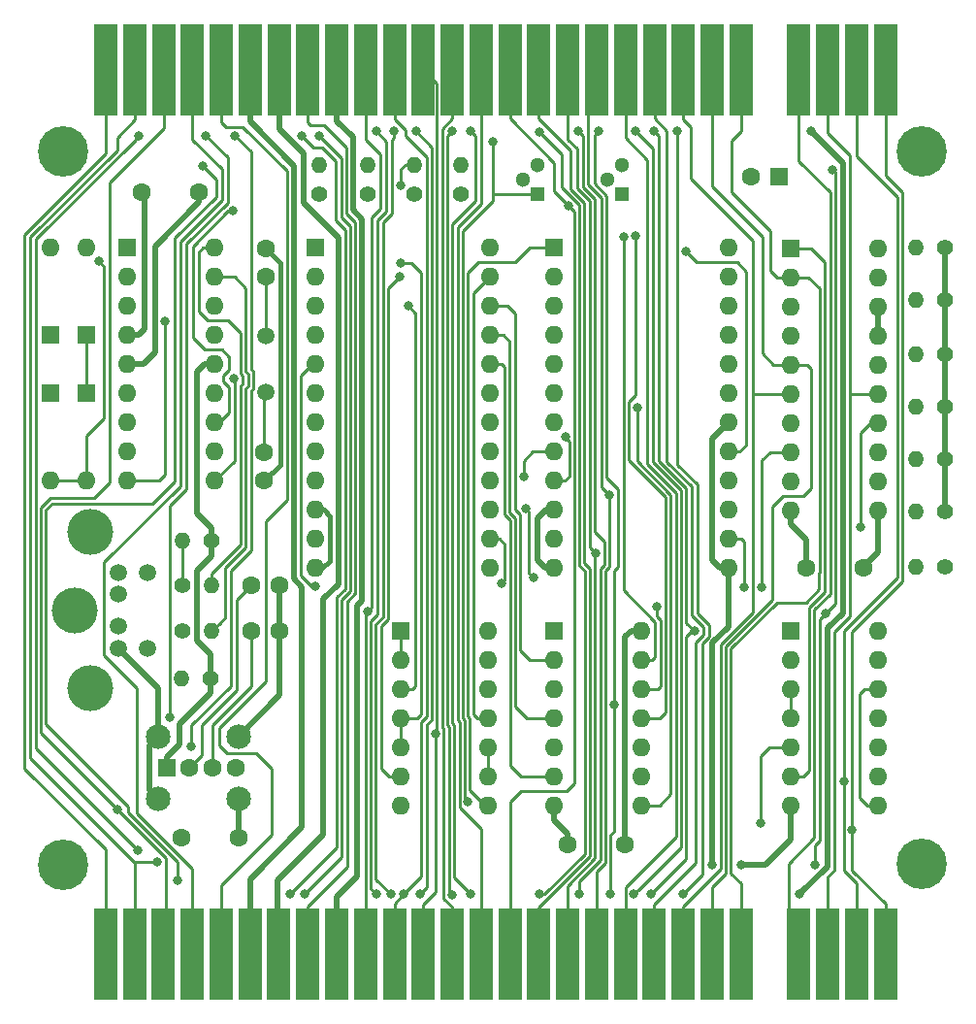
<source format=gtl>
G04 #@! TF.GenerationSoftware,KiCad,Pcbnew,(5.1.6)-1*
G04 #@! TF.CreationDate,2021-02-12T18:18:09+01:00*
G04 #@! TF.ProjectId,keyface-external,6b657966-6163-4652-9d65-787465726e61,rev?*
G04 #@! TF.SameCoordinates,Original*
G04 #@! TF.FileFunction,Copper,L1,Top*
G04 #@! TF.FilePolarity,Positive*
%FSLAX46Y46*%
G04 Gerber Fmt 4.6, Leading zero omitted, Abs format (unit mm)*
G04 Created by KiCad (PCBNEW (5.1.6)-1) date 2021-02-12 18:18:09*
%MOMM*%
%LPD*%
G01*
G04 APERTURE LIST*
G04 #@! TA.AperFunction,ComponentPad*
%ADD10C,4.000000*%
G04 #@! TD*
G04 #@! TA.AperFunction,ComponentPad*
%ADD11C,1.500000*%
G04 #@! TD*
G04 #@! TA.AperFunction,ComponentPad*
%ADD12O,1.600000X1.600000*%
G04 #@! TD*
G04 #@! TA.AperFunction,ComponentPad*
%ADD13R,1.600000X1.600000*%
G04 #@! TD*
G04 #@! TA.AperFunction,ComponentPad*
%ADD14C,0.700000*%
G04 #@! TD*
G04 #@! TA.AperFunction,ComponentPad*
%ADD15C,4.400000*%
G04 #@! TD*
G04 #@! TA.AperFunction,ComponentPad*
%ADD16C,1.600000*%
G04 #@! TD*
G04 #@! TA.AperFunction,ComponentPad*
%ADD17C,1.400000*%
G04 #@! TD*
G04 #@! TA.AperFunction,ComponentPad*
%ADD18O,1.400000X1.400000*%
G04 #@! TD*
G04 #@! TA.AperFunction,ComponentPad*
%ADD19R,1.300000X1.300000*%
G04 #@! TD*
G04 #@! TA.AperFunction,ComponentPad*
%ADD20C,1.300000*%
G04 #@! TD*
G04 #@! TA.AperFunction,SMDPad,CuDef*
%ADD21R,2.000000X8.000000*%
G04 #@! TD*
G04 #@! TA.AperFunction,ComponentPad*
%ADD22C,2.150000*%
G04 #@! TD*
G04 #@! TA.AperFunction,ViaPad*
%ADD23C,0.800000*%
G04 #@! TD*
G04 #@! TA.AperFunction,Conductor*
%ADD24C,0.500000*%
G04 #@! TD*
G04 #@! TA.AperFunction,Conductor*
%ADD25C,0.400000*%
G04 #@! TD*
G04 #@! TA.AperFunction,Conductor*
%ADD26C,0.250000*%
G04 #@! TD*
G04 APERTURE END LIST*
D10*
X105204000Y-92892000D03*
X103896000Y-99692000D03*
X105204000Y-106492000D03*
D11*
X107696000Y-98298000D03*
X110185200Y-96392000D03*
X107696000Y-96392000D03*
X110185200Y-102997000D03*
X107696000Y-102997000D03*
X107696000Y-101092000D03*
D12*
X101727000Y-68072000D03*
D13*
X101727000Y-75692000D03*
D14*
X104036726Y-58523274D03*
X102870000Y-58040000D03*
X101703274Y-58523274D03*
X101220000Y-59690000D03*
X101703274Y-60856726D03*
X102870000Y-61340000D03*
X104036726Y-60856726D03*
X104520000Y-59690000D03*
D15*
X102870000Y-59690000D03*
D14*
X178966726Y-58523274D03*
X177800000Y-58040000D03*
X176633274Y-58523274D03*
X176150000Y-59690000D03*
X176633274Y-60856726D03*
X177800000Y-61340000D03*
X178966726Y-60856726D03*
X179450000Y-59690000D03*
D15*
X177800000Y-59690000D03*
D14*
X178966726Y-120626274D03*
X177800000Y-120143000D03*
X176633274Y-120626274D03*
X176150000Y-121793000D03*
X176633274Y-122959726D03*
X177800000Y-123443000D03*
X178966726Y-122959726D03*
X179450000Y-121793000D03*
D15*
X177800000Y-121793000D03*
D14*
X104036726Y-120753274D03*
X102870000Y-120270000D03*
X101703274Y-120753274D03*
X101220000Y-121920000D03*
X101703274Y-123086726D03*
X102870000Y-123570000D03*
X104036726Y-123086726D03*
X104520000Y-121920000D03*
D15*
X102870000Y-121920000D03*
D13*
X165354000Y-61849000D03*
D16*
X162854000Y-61849000D03*
X121753000Y-97536000D03*
X119253000Y-97536000D03*
X119253000Y-101473000D03*
X121753000Y-101473000D03*
X167720000Y-96012000D03*
X172720000Y-96012000D03*
X109728000Y-63246000D03*
X114728000Y-63246000D03*
X120523000Y-70612000D03*
X120523000Y-68112000D03*
X120396000Y-88392000D03*
X120396000Y-85892000D03*
D13*
X108458000Y-68072000D03*
D12*
X116078000Y-88392000D03*
X108458000Y-70612000D03*
X116078000Y-85852000D03*
X108458000Y-73152000D03*
X116078000Y-83312000D03*
X108458000Y-75692000D03*
X116078000Y-80772000D03*
X108458000Y-78232000D03*
X116078000Y-78232000D03*
X108458000Y-80772000D03*
X116078000Y-75692000D03*
X108458000Y-83312000D03*
X116078000Y-73152000D03*
X108458000Y-85852000D03*
X116078000Y-70612000D03*
X108458000Y-88392000D03*
X116078000Y-68072000D03*
X160909000Y-68072000D03*
X145669000Y-96012000D03*
X160909000Y-70612000D03*
X145669000Y-93472000D03*
X160909000Y-73152000D03*
X145669000Y-90932000D03*
X160909000Y-75692000D03*
X145669000Y-88392000D03*
X160909000Y-78232000D03*
X145669000Y-85852000D03*
X160909000Y-80772000D03*
X145669000Y-83312000D03*
X160909000Y-83312000D03*
X145669000Y-80772000D03*
X160909000Y-85852000D03*
X145669000Y-78232000D03*
X160909000Y-88392000D03*
X145669000Y-75692000D03*
X160909000Y-90932000D03*
X145669000Y-73152000D03*
X160909000Y-93472000D03*
X145669000Y-70612000D03*
X160909000Y-96012000D03*
D13*
X145669000Y-68072000D03*
X124841000Y-68072000D03*
D12*
X140081000Y-96012000D03*
X124841000Y-70612000D03*
X140081000Y-93472000D03*
X124841000Y-73152000D03*
X140081000Y-90932000D03*
X124841000Y-75692000D03*
X140081000Y-88392000D03*
X124841000Y-78232000D03*
X140081000Y-85852000D03*
X124841000Y-80772000D03*
X140081000Y-83312000D03*
X124841000Y-83312000D03*
X140081000Y-80772000D03*
X124841000Y-85852000D03*
X140081000Y-78232000D03*
X124841000Y-88392000D03*
X140081000Y-75692000D03*
X124841000Y-90932000D03*
X140081000Y-73152000D03*
X124841000Y-93472000D03*
X140081000Y-70612000D03*
X124841000Y-96012000D03*
X140081000Y-68072000D03*
D13*
X166388000Y-68107600D03*
D12*
X174008000Y-90967600D03*
X166388000Y-70647600D03*
X174008000Y-88427600D03*
X166388000Y-73187600D03*
X174008000Y-85887600D03*
X166388000Y-75727600D03*
X174008000Y-83347600D03*
X166388000Y-78267600D03*
X174008000Y-80807600D03*
X166388000Y-80807600D03*
X174008000Y-78267600D03*
X166388000Y-83347600D03*
X174008000Y-75727600D03*
X166388000Y-85887600D03*
X174008000Y-73187600D03*
X166388000Y-88427600D03*
X174008000Y-70647600D03*
X166388000Y-90967600D03*
X174008000Y-68107600D03*
D13*
X132334000Y-101473000D03*
D12*
X139954000Y-116713000D03*
X132334000Y-104013000D03*
X139954000Y-114173000D03*
X132334000Y-106553000D03*
X139954000Y-111633000D03*
X132334000Y-109093000D03*
X139954000Y-109093000D03*
X132334000Y-111633000D03*
X139954000Y-106553000D03*
X132334000Y-114173000D03*
X139954000Y-104013000D03*
X132334000Y-116713000D03*
X139954000Y-101473000D03*
X153289000Y-101473000D03*
X145669000Y-116713000D03*
X153289000Y-104013000D03*
X145669000Y-114173000D03*
X153289000Y-106553000D03*
X145669000Y-111633000D03*
X153289000Y-109093000D03*
X145669000Y-109093000D03*
X153289000Y-111633000D03*
X145669000Y-106553000D03*
X153289000Y-114173000D03*
X145669000Y-104013000D03*
X153289000Y-116713000D03*
D13*
X145669000Y-101473000D03*
X166370000Y-101473000D03*
D12*
X173990000Y-116713000D03*
X166370000Y-104013000D03*
X173990000Y-114173000D03*
X166370000Y-106553000D03*
X173990000Y-111633000D03*
X166370000Y-109093000D03*
X173990000Y-109093000D03*
X166370000Y-111633000D03*
X173990000Y-106553000D03*
X166370000Y-114173000D03*
X173990000Y-104013000D03*
X166370000Y-116713000D03*
X173990000Y-101473000D03*
D11*
X120523000Y-80645000D03*
X120523000Y-75765000D03*
D17*
X113284000Y-101473000D03*
D18*
X115824000Y-101473000D03*
X115824000Y-97536000D03*
D17*
X113284000Y-97536000D03*
X179832000Y-95885000D03*
D18*
X177292000Y-95885000D03*
D17*
X125222000Y-63373000D03*
D18*
X125222000Y-60833000D03*
X129413000Y-60833000D03*
D17*
X129413000Y-63373000D03*
D18*
X133477000Y-60833000D03*
D17*
X133477000Y-63373000D03*
X137541000Y-63373000D03*
D18*
X137541000Y-60833000D03*
X177292000Y-68072000D03*
D17*
X179832000Y-68072000D03*
X179832000Y-72644000D03*
D18*
X177292000Y-72644000D03*
X177292000Y-77343000D03*
D17*
X179832000Y-77343000D03*
X179832000Y-81915000D03*
D18*
X177292000Y-81915000D03*
X177292000Y-86487000D03*
D17*
X179832000Y-86487000D03*
X179832000Y-91059000D03*
D18*
X177292000Y-91059000D03*
D17*
X115824000Y-93599000D03*
D18*
X113284000Y-93599000D03*
X113182400Y-105664000D03*
D17*
X115722400Y-105664000D03*
D19*
X144272000Y-63373000D03*
D20*
X144272000Y-60833000D03*
X143002000Y-62103000D03*
X150368000Y-62103000D03*
X151638000Y-60833000D03*
D19*
X151638000Y-63373000D03*
D21*
X174613000Y-52578000D03*
X172093000Y-52578000D03*
X169573000Y-52578000D03*
X167053000Y-52578000D03*
X162013000Y-52578000D03*
X159493000Y-52578000D03*
X156973000Y-52578000D03*
X154453000Y-52578000D03*
X151933000Y-52578000D03*
X149413000Y-52578000D03*
X146893000Y-52578000D03*
X144373000Y-52578000D03*
X141853000Y-52578000D03*
X139333000Y-52578000D03*
X136813000Y-52578000D03*
X134293000Y-52578000D03*
X131773000Y-52578000D03*
X129253000Y-52578000D03*
X126733000Y-52578000D03*
X124213000Y-52578000D03*
X121693000Y-52578000D03*
X119173000Y-52578000D03*
X116653000Y-52578000D03*
X114133000Y-52578000D03*
X111613000Y-52578000D03*
X109093000Y-52578000D03*
X106573000Y-52578000D03*
X174606000Y-129654000D03*
X172086000Y-129654000D03*
X169566000Y-129654000D03*
X167046000Y-129654000D03*
X162006000Y-129654000D03*
X159486000Y-129654000D03*
X156966000Y-129654000D03*
X154446000Y-129654000D03*
X151926000Y-129654000D03*
X149406000Y-129654000D03*
X146886000Y-129654000D03*
X144366000Y-129654000D03*
X141846000Y-129654000D03*
X139326000Y-129654000D03*
X136806000Y-129654000D03*
X134286000Y-129654000D03*
X131766000Y-129654000D03*
X129246000Y-129654000D03*
X126726000Y-129654000D03*
X124206000Y-129654000D03*
X121686000Y-129654000D03*
X119166000Y-129654000D03*
X116646000Y-129654000D03*
X114126000Y-129654000D03*
X111606000Y-129654000D03*
X109086000Y-129654000D03*
X106566000Y-129654000D03*
D16*
X117887000Y-113411000D03*
X115887000Y-113411000D03*
X113887000Y-113411000D03*
D13*
X111887000Y-113411000D03*
D22*
X111157000Y-116131000D03*
X118157000Y-116131000D03*
X118157000Y-110691000D03*
X111157000Y-110691000D03*
D12*
X104902000Y-68072000D03*
D13*
X104902000Y-75692000D03*
X104902000Y-80772000D03*
D12*
X104902000Y-88392000D03*
D13*
X101727000Y-80772000D03*
D12*
X101727000Y-88392000D03*
D16*
X151892000Y-120142000D03*
X146892000Y-120142000D03*
X118157000Y-119507000D03*
X113157000Y-119507000D03*
D23*
X162052000Y-121920000D03*
X159511996Y-121920000D03*
X154686000Y-99404010D03*
X132329400Y-62633900D03*
X105954990Y-69232000D03*
X141124500Y-97342500D03*
X162306000Y-97662998D03*
X152806398Y-67056002D03*
X117729000Y-79502000D03*
X151753410Y-67090262D03*
X143028510Y-88010996D03*
X157231700Y-68414500D03*
X117660400Y-64852900D03*
X111760000Y-74509600D03*
X146726100Y-84582000D03*
X152951400Y-82042000D03*
X132969000Y-73152000D03*
X132206999Y-70612000D03*
X124825700Y-97588400D03*
X163830000Y-97663000D03*
X143207100Y-90790500D03*
X143872400Y-96873500D03*
X172466000Y-92456000D03*
X149301200Y-94691200D03*
X150520400Y-89662000D03*
X107569000Y-117094000D03*
X111080200Y-121677700D03*
X132297011Y-69377000D03*
X170967400Y-114630200D03*
X171704000Y-118872000D03*
X169994600Y-61242800D03*
X169418000Y-99949000D03*
X168452800Y-121920000D03*
X154178000Y-124460004D03*
X154432000Y-57912000D03*
X157937202Y-101498400D03*
X135354389Y-110476900D03*
X149606000Y-57912000D03*
X150622000Y-124433802D03*
X150911854Y-107929400D03*
X132587992Y-124459992D03*
X163703000Y-118237000D03*
X129413000Y-99822000D03*
X140335000Y-58801004D03*
X138193300Y-116378200D03*
X146930815Y-64397189D03*
X168148000Y-57912000D03*
X167132006Y-124460000D03*
X156464000Y-57912000D03*
X156972000Y-124460001D03*
X152781000Y-57911994D03*
X152653998Y-124460000D03*
X147828006Y-57912000D03*
X147929598Y-124409200D03*
X144399900Y-57960900D03*
X144399000Y-124460000D03*
X138430000Y-57912000D03*
X138430000Y-124460004D03*
X136779000Y-57912014D03*
X136804400Y-124485400D03*
X133634900Y-57912004D03*
X133985000Y-124460000D03*
X131440340Y-124455340D03*
X131699000Y-57907800D03*
X130175000Y-124460000D03*
X130175000Y-57911996D03*
X125202790Y-58351600D03*
X123952000Y-124460000D03*
X123698002Y-58292998D03*
X122682000Y-124460006D03*
X114036000Y-111599100D03*
X117856000Y-58293000D03*
X112880700Y-123212296D03*
X115062000Y-60960000D03*
X115316000Y-58293000D03*
X112141000Y-109021400D03*
X109329500Y-120621400D03*
X109474000Y-58293002D03*
D24*
X179832000Y-77343000D02*
X179832000Y-72644000D01*
X179832000Y-81915000D02*
X179832000Y-77343000D01*
X179832000Y-86487000D02*
X179832000Y-81915000D01*
X179832000Y-68072000D02*
X179832000Y-72644000D01*
X179832000Y-86487000D02*
X179832000Y-91059000D01*
X174008000Y-94597000D02*
X172720000Y-95885000D01*
X174008000Y-90967600D02*
X174008000Y-94597000D01*
X109982000Y-63500000D02*
X109728000Y-63246000D01*
X109982000Y-75184000D02*
X109982000Y-63500000D01*
X108458000Y-75692000D02*
X109474000Y-75692000D01*
X109474000Y-75692000D02*
X109982000Y-75184000D01*
X115189000Y-78232000D02*
X116078000Y-78232000D01*
X114554000Y-91249500D02*
X114554000Y-78867000D01*
X115824000Y-93599000D02*
X115824000Y-92519500D01*
X114554000Y-78867000D02*
X115189000Y-78232000D01*
X115824000Y-92519500D02*
X114554000Y-91249500D01*
X152450800Y-101473000D02*
X153289000Y-101473000D01*
X151892000Y-120142000D02*
X151892000Y-102031800D01*
X151892000Y-102031800D02*
X152450800Y-101473000D01*
X114554000Y-96202500D02*
X115824000Y-94932500D01*
X114554000Y-102362000D02*
X114554000Y-96202500D01*
X115824000Y-94932500D02*
X115824000Y-93599000D01*
X115722400Y-103530400D02*
X114554000Y-102362000D01*
X113030000Y-109601000D02*
X115722400Y-106908600D01*
X111887000Y-113411000D02*
X111887000Y-112522000D01*
X113030000Y-111379000D02*
X113030000Y-109601000D01*
X111887000Y-112522000D02*
X113030000Y-111379000D01*
X115722400Y-106908600D02*
X115722400Y-103530400D01*
X111157000Y-110691000D02*
X111157000Y-106458000D01*
X111157000Y-106458000D02*
X107696000Y-102997000D01*
X121753000Y-101473000D02*
X121753000Y-107095000D01*
X121753000Y-107095000D02*
X118157000Y-110691000D01*
X145669000Y-116713000D02*
X145669000Y-117963300D01*
X145669000Y-117963300D02*
X146892000Y-119186300D01*
X146892000Y-119186300D02*
X146892000Y-120142000D01*
D25*
X120523000Y-68112000D02*
X121773400Y-69362400D01*
X121773400Y-69362400D02*
X121773400Y-87014600D01*
X121773400Y-87014600D02*
X120396000Y-88392000D01*
D24*
X166388000Y-92217900D02*
X167720000Y-93549900D01*
X167720000Y-93549900D02*
X167720000Y-95885000D01*
X121753000Y-101473000D02*
X121753000Y-97536000D01*
X174008000Y-73187600D02*
X174008000Y-75727600D01*
X166388000Y-90967600D02*
X166388000Y-92217900D01*
X118157000Y-119507000D02*
X118157000Y-116131000D01*
X110871000Y-67945000D02*
X110871000Y-77216000D01*
X110871000Y-77216000D02*
X109855000Y-78232000D01*
X114728000Y-63246000D02*
X114728000Y-64088000D01*
X109855000Y-78232000D02*
X108458000Y-78232000D01*
X114728000Y-64088000D02*
X110871000Y-67945000D01*
X110363000Y-111485000D02*
X111157000Y-110691000D01*
X111157000Y-116131000D02*
X110363000Y-115337000D01*
X110363000Y-115337000D02*
X110363000Y-111485000D01*
D25*
X126130600Y-95357400D02*
X126130600Y-91459600D01*
X125603000Y-90932000D02*
X124841000Y-90932000D01*
X126130600Y-91459600D02*
X125603000Y-90932000D01*
X124841000Y-96012000D02*
X125476000Y-96012000D01*
X125476000Y-96012000D02*
X126130600Y-95357400D01*
D24*
X144208500Y-91694000D02*
X144208500Y-95313500D01*
X145669000Y-90932000D02*
X144970500Y-90932000D01*
X144907000Y-96012000D02*
X145669000Y-96012000D01*
X144208500Y-95313500D02*
X144907000Y-96012000D01*
X144970500Y-90932000D02*
X144208500Y-91694000D01*
X159461200Y-84759800D02*
X160909000Y-83312000D01*
X159461200Y-95300800D02*
X159461200Y-84759800D01*
X160909000Y-96012000D02*
X160172400Y-96012000D01*
X160172400Y-96012000D02*
X159461200Y-95300800D01*
X159511996Y-121354315D02*
X159511996Y-121920000D01*
X159511996Y-102547805D02*
X159511996Y-121354315D01*
X160909000Y-96012000D02*
X160909000Y-101150801D01*
X160909000Y-101150801D02*
X159511996Y-102547805D01*
X162052000Y-121920000D02*
X164160200Y-121920000D01*
X166370000Y-119710200D02*
X166370000Y-116713000D01*
X164160200Y-121920000D02*
X166370000Y-119710200D01*
D26*
X113284000Y-97536000D02*
X113284000Y-93599000D01*
X117983000Y-106616500D02*
X117983000Y-98806000D01*
X117983000Y-98806000D02*
X119253000Y-97536000D01*
X114935000Y-109664500D02*
X117983000Y-106616500D01*
X113887000Y-113411000D02*
X114935000Y-112363000D01*
X114935000Y-112363000D02*
X114935000Y-109664500D01*
X154686000Y-100252389D02*
X154686000Y-99404010D01*
X154983611Y-100550000D02*
X154686000Y-100252389D01*
X154983611Y-106306189D02*
X154983611Y-100550000D01*
X153289000Y-106553000D02*
X154736800Y-106553000D01*
X154736800Y-106553000D02*
X154983611Y-106306189D01*
X119253000Y-106299000D02*
X119253000Y-101473000D01*
X115887000Y-113411000D02*
X115887000Y-109665000D01*
X115887000Y-109665000D02*
X119253000Y-106299000D01*
X120523000Y-75765000D02*
X120523000Y-70612000D01*
X120523000Y-80645000D02*
X120396000Y-80772000D01*
X120396000Y-80772000D02*
X120396000Y-85892000D01*
X104902000Y-80772000D02*
X104902000Y-75692000D01*
X101727000Y-88392000D02*
X104902000Y-88392000D01*
X106426000Y-69703010D02*
X105954990Y-69232000D01*
X104902000Y-88392000D02*
X104902000Y-84455000D01*
X106426000Y-82931000D02*
X106426000Y-69703010D01*
X104902000Y-84455000D02*
X106426000Y-82931000D01*
X132329400Y-61218600D02*
X132329400Y-62633900D01*
X133477000Y-60833000D02*
X132715000Y-60833000D01*
X132715000Y-60833000D02*
X132329400Y-61218600D01*
X162306000Y-93726000D02*
X162306000Y-97662998D01*
X160909000Y-93472000D02*
X162052000Y-93472000D01*
X162052000Y-93472000D02*
X162306000Y-93726000D01*
X141351000Y-97116000D02*
X141124500Y-97342500D01*
X141351000Y-93916500D02*
X141351000Y-97116000D01*
X140081000Y-93472000D02*
X140906500Y-93472000D01*
X140906500Y-93472000D02*
X141351000Y-93916500D01*
X152203201Y-81531041D02*
X152806398Y-80927844D01*
X154940000Y-109093000D02*
X155433622Y-108599378D01*
X153289000Y-109093000D02*
X154940000Y-109093000D01*
X152203201Y-86569601D02*
X152203201Y-81531041D01*
X155433622Y-108599378D02*
X155433622Y-89800022D01*
X152806398Y-80927844D02*
X152806398Y-67056002D01*
X155433622Y-89800022D02*
X152203201Y-86569601D01*
X116078000Y-88392000D02*
X117822967Y-86647033D01*
X117822967Y-86647033D02*
X117822967Y-79595967D01*
X117822967Y-79595967D02*
X117729000Y-79502000D01*
X154279600Y-104013000D02*
X154533600Y-103759000D01*
X154533600Y-103759000D02*
X154533600Y-100736400D01*
X153289000Y-104013000D02*
X154279600Y-104013000D01*
X154533600Y-100736400D02*
X151750283Y-97953083D01*
X151750283Y-67093389D02*
X151753410Y-67090262D01*
X151750283Y-97953083D02*
X151750283Y-67093389D01*
X143028510Y-86650990D02*
X143028510Y-88010996D01*
X145669000Y-85852000D02*
X143827500Y-85852000D01*
X143827500Y-85852000D02*
X143028510Y-86650990D01*
X117265100Y-64852900D02*
X117660400Y-64852900D01*
X114173000Y-67945000D02*
X117265100Y-64852900D01*
X116837300Y-79753300D02*
X116837300Y-79185100D01*
X117348000Y-80264000D02*
X116837300Y-79753300D01*
X117348000Y-78674400D02*
X117348000Y-77597000D01*
X116078000Y-83312000D02*
X116459000Y-83312000D01*
X116459000Y-83312000D02*
X117348000Y-82423000D01*
X117348000Y-82423000D02*
X117348000Y-80264000D01*
X116837300Y-79185100D02*
X117348000Y-78674400D01*
X117348000Y-77597000D02*
X116713000Y-76962000D01*
X114173000Y-75946000D02*
X114173000Y-67945000D01*
X116713000Y-76962000D02*
X115189000Y-76962000D01*
X115189000Y-76962000D02*
X114173000Y-75946000D01*
X161899600Y-85852000D02*
X160909000Y-85852000D01*
X158159200Y-69342000D02*
X161671000Y-69342000D01*
X157231700Y-68414500D02*
X158159200Y-69342000D01*
X161671000Y-69342000D02*
X162458400Y-70129400D01*
X162458400Y-70129400D02*
X162458400Y-85293200D01*
X162458400Y-85293200D02*
X161899600Y-85852000D01*
X117003300Y-100293700D02*
X116523999Y-100773001D01*
X117003300Y-95975700D02*
X117003300Y-100293700D01*
X118782300Y-94196700D02*
X117003300Y-95975700D01*
X118782300Y-80352289D02*
X118782300Y-94196700D01*
X116523999Y-100773001D02*
X115824000Y-101473000D01*
X117830600Y-70612000D02*
X118782300Y-71563700D01*
X116078000Y-70612000D02*
X117830600Y-70612000D01*
X118782300Y-71563700D02*
X118782300Y-78845887D01*
X118997988Y-80136601D02*
X118782300Y-80352289D01*
X118997988Y-79061575D02*
X118997988Y-80136601D01*
X118782300Y-78845887D02*
X118997988Y-79061575D01*
X111252000Y-88392000D02*
X108458000Y-88392000D01*
X111760000Y-74590900D02*
X111760000Y-87884000D01*
X111760000Y-87884000D02*
X111252000Y-88392000D01*
X114681000Y-68453000D02*
X115062000Y-68072000D01*
X118547977Y-79921023D02*
X118547977Y-79247975D01*
X115824000Y-96456500D02*
X118332000Y-93948500D01*
X118332000Y-93948500D02*
X118332000Y-80137000D01*
X115824000Y-97536000D02*
X115824000Y-96456500D01*
X118547977Y-79247975D02*
X118332000Y-79031998D01*
X118332000Y-80137000D02*
X118547977Y-79921023D01*
X117221000Y-74422000D02*
X115443000Y-74422000D01*
X118332000Y-79031998D02*
X118332000Y-75533000D01*
X118332000Y-75533000D02*
X117221000Y-74422000D01*
X115062000Y-68072000D02*
X116078000Y-68072000D01*
X115443000Y-74422000D02*
X114681000Y-73660000D01*
X114681000Y-73660000D02*
X114681000Y-68453000D01*
X138684000Y-72009000D02*
X140081000Y-70612000D01*
X138684000Y-108813600D02*
X138684000Y-72009000D01*
X138963400Y-109093000D02*
X138684000Y-108813600D01*
X139954000Y-109093000D02*
X138963400Y-109093000D01*
X142759022Y-103160422D02*
X143611600Y-104013000D01*
X143611600Y-104013000D02*
X145669000Y-104013000D01*
X141655800Y-73152000D02*
X142303500Y-73799700D01*
X140081000Y-73152000D02*
X141655800Y-73152000D01*
X142759022Y-91368122D02*
X142759022Y-103160422D01*
X142303500Y-73799700D02*
X142303500Y-90912600D01*
X142303500Y-90912600D02*
X142759022Y-91368122D01*
X143306800Y-109093000D02*
X145669000Y-109093000D01*
X141249400Y-75692000D02*
X141801011Y-76243611D01*
X140081000Y-75692000D02*
X141249400Y-75692000D01*
X141801011Y-76243611D02*
X141801011Y-91126600D01*
X142309011Y-108095211D02*
X143306800Y-109093000D01*
X141801011Y-91126600D02*
X142309011Y-91634600D01*
X142309011Y-91634600D02*
X142309011Y-108095211D01*
X146621500Y-88392000D02*
X145669000Y-88392000D01*
X147002500Y-88011000D02*
X146621500Y-88392000D01*
X146726100Y-84665600D02*
X147002500Y-84942000D01*
X147002500Y-84942000D02*
X147002500Y-88011000D01*
X141351000Y-78486000D02*
X141097000Y-78232000D01*
X142798800Y-114173000D02*
X141859000Y-113233200D01*
X145669000Y-114173000D02*
X142798800Y-114173000D01*
X141859000Y-113233200D02*
X141859000Y-91821000D01*
X141859000Y-91821000D02*
X141351000Y-91313000D01*
X141097000Y-78232000D02*
X140081000Y-78232000D01*
X141351000Y-91313000D02*
X141351000Y-78486000D01*
X155883633Y-115743967D02*
X155883633Y-89613622D01*
X155883633Y-89613622D02*
X152951400Y-86681390D01*
X153289000Y-116713000D02*
X154914600Y-116713000D01*
X152951400Y-86681390D02*
X152951400Y-81897300D01*
X154914600Y-116713000D02*
X155883633Y-115743967D01*
X133604000Y-73787000D02*
X132969000Y-73152000D01*
X133604000Y-106299000D02*
X133604000Y-73787000D01*
X132334000Y-106553000D02*
X133350000Y-106553000D01*
X133350000Y-106553000D02*
X133604000Y-106299000D01*
X132206999Y-70612000D02*
X131202619Y-71616380D01*
X131202619Y-71616380D02*
X131202618Y-100466643D01*
X131202618Y-100466643D02*
X130596030Y-101073231D01*
X130596030Y-101073231D02*
X130596030Y-113514530D01*
X131254500Y-114173000D02*
X132334000Y-114173000D01*
X130596030Y-113514530D02*
X131254500Y-114173000D01*
X143535400Y-68072000D02*
X145669000Y-68072000D01*
X142265400Y-69342000D02*
X143535400Y-68072000D01*
X139065000Y-69342000D02*
X142265400Y-69342000D01*
X138176000Y-70231000D02*
X139065000Y-69342000D01*
X139649200Y-116713000D02*
X138345222Y-115409022D01*
X139954000Y-116713000D02*
X139649200Y-116713000D01*
X138345222Y-115409022D02*
X138345222Y-109111233D01*
X138345222Y-109111233D02*
X138176000Y-108942011D01*
X138176000Y-108942011D02*
X138176000Y-70231000D01*
X163830000Y-97663000D02*
X163830000Y-86614000D01*
X164556400Y-85887600D02*
X166388000Y-85887600D01*
X163830000Y-86614000D02*
X164556400Y-85887600D01*
X124587000Y-78232000D02*
X124841000Y-78232000D01*
X123571000Y-79248000D02*
X124587000Y-78232000D01*
X123571000Y-96647000D02*
X123571000Y-79248000D01*
X124825700Y-97588400D02*
X124512400Y-97588400D01*
X124512400Y-97588400D02*
X123571000Y-96647000D01*
X172466000Y-92456000D02*
X172466000Y-84201000D01*
X173319400Y-83347600D02*
X174008000Y-83347600D01*
X172466000Y-84201000D02*
X173319400Y-83347600D01*
X143472401Y-91055801D02*
X143207100Y-90790500D01*
X143472401Y-96473501D02*
X143472401Y-91055801D01*
X143872400Y-96873500D02*
X143472401Y-96473501D01*
X168107400Y-68107600D02*
X166388000Y-68107600D01*
X169333300Y-69333500D02*
X168107400Y-68107600D01*
X166370000Y-114173000D02*
X167487600Y-114173000D01*
X167970200Y-113690400D02*
X167970200Y-99441000D01*
X169333300Y-98077900D02*
X169333300Y-69333500D01*
X167487600Y-114173000D02*
X167970200Y-113690400D01*
X167970200Y-99441000D02*
X169333300Y-98077900D01*
X164592000Y-70053200D02*
X165186400Y-70647600D01*
X165186400Y-70647600D02*
X166388000Y-70647600D01*
X162013000Y-57871100D02*
X161163000Y-58721100D01*
X162013000Y-52578000D02*
X162013000Y-57871100D01*
X161163000Y-58721100D02*
X161163000Y-63195200D01*
X161163000Y-63195200D02*
X164592000Y-66624200D01*
X164592000Y-66624200D02*
X164592000Y-70053200D01*
X166398200Y-70637400D02*
X166388000Y-70647600D01*
X165125400Y-99034600D02*
X167665400Y-99034600D01*
X161137023Y-122656023D02*
X161137023Y-103022977D01*
X161137023Y-103022977D02*
X165125400Y-99034600D01*
X162006000Y-123525000D02*
X161137023Y-122656023D01*
X168850100Y-71593500D02*
X167894000Y-70637400D01*
X167665400Y-99034600D02*
X168845001Y-97854999D01*
X167894000Y-70637400D02*
X166398200Y-70637400D01*
X168845001Y-97854999D02*
X168845001Y-96440799D01*
X168845001Y-96440799D02*
X168850100Y-96435700D01*
X162006000Y-129654000D02*
X162006000Y-123525000D01*
X168850100Y-96435700D02*
X168850100Y-71593500D01*
X146893000Y-58628000D02*
X147687100Y-59422100D01*
X147687100Y-59422100D02*
X147687100Y-62855332D01*
X147687100Y-62855332D02*
X148805900Y-63974132D01*
X148805900Y-94195900D02*
X149301200Y-94691200D01*
X148805900Y-63974132D02*
X148805900Y-94195900D01*
X146893000Y-52578000D02*
X146893000Y-58628000D01*
X149286823Y-121327599D02*
X149286823Y-94705577D01*
X146886000Y-129654000D02*
X146886000Y-123728422D01*
X146886000Y-123728422D02*
X149286823Y-121327599D01*
X164856200Y-78267600D02*
X163855400Y-77266800D01*
X159493000Y-56828000D02*
X159493000Y-52578000D01*
X166388000Y-78267600D02*
X164856200Y-78267600D01*
X163855400Y-77266800D02*
X163855400Y-67079990D01*
X163855400Y-67079990D02*
X159493000Y-62717590D01*
X159493000Y-62717590D02*
X159493000Y-56828000D01*
X164719000Y-98804589D02*
X164719000Y-90627200D01*
X166403200Y-78282800D02*
X166388000Y-78267600D01*
X160687012Y-122649988D02*
X160687012Y-102836577D01*
X160687012Y-102836577D02*
X164719000Y-98804589D01*
X167477400Y-89697600D02*
X168097200Y-89077800D01*
X159486000Y-129654000D02*
X159486000Y-123851000D01*
X164719000Y-90627200D02*
X165648600Y-89697600D01*
X165648600Y-89697600D02*
X167477400Y-89697600D01*
X168097200Y-89077800D02*
X168097200Y-78613000D01*
X168097200Y-78613000D02*
X167767000Y-78282800D01*
X159486000Y-123851000D02*
X160687012Y-122649988D01*
X167767000Y-78282800D02*
X166403200Y-78282800D01*
X174008000Y-80807600D02*
X171475400Y-80807600D01*
X169573000Y-58067000D02*
X169573000Y-52578000D01*
X171475400Y-80807600D02*
X171475400Y-59969400D01*
X171475400Y-59969400D02*
X169573000Y-58067000D01*
X170139100Y-101539300D02*
X171475400Y-100203000D01*
X171475400Y-100203000D02*
X171475400Y-80807600D01*
X170139100Y-122367300D02*
X170139100Y-101539300D01*
X169566000Y-129654000D02*
X169566000Y-122940400D01*
X169566000Y-122940400D02*
X170139100Y-122367300D01*
X156973000Y-52578000D02*
X156973000Y-56903300D01*
X156973000Y-56903300D02*
X157596300Y-57526600D01*
X157596300Y-62016100D02*
X163031001Y-67450801D01*
X157596300Y-57526600D02*
X157596300Y-62016100D01*
X163055002Y-80807600D02*
X163031001Y-80783599D01*
X166388000Y-80807600D02*
X163055002Y-80807600D01*
X163031001Y-67450801D02*
X163031001Y-80783599D01*
X156966000Y-125507400D02*
X156966000Y-129654000D01*
X160237001Y-122236399D02*
X156966000Y-125507400D01*
X160237001Y-102650178D02*
X160237001Y-122236399D01*
X163031001Y-80783599D02*
X163031001Y-99856178D01*
X163031001Y-99856178D02*
X160237001Y-102650178D01*
X149815601Y-88957201D02*
X150520400Y-89662000D01*
X149815601Y-63711011D02*
X149815601Y-88957201D01*
X148690800Y-62586210D02*
X149815601Y-63711011D01*
X148690800Y-53300200D02*
X148690800Y-62586210D01*
X149413000Y-52578000D02*
X148690800Y-53300200D01*
X150520400Y-95884466D02*
X150520400Y-89662000D01*
X150186844Y-96218022D02*
X150520400Y-95884466D01*
X149402800Y-122484444D02*
X150186843Y-121700401D01*
X149402800Y-129650800D02*
X149402800Y-122484444D01*
X149406000Y-129654000D02*
X149402800Y-129650800D01*
X150186843Y-121700401D02*
X150186844Y-96218022D01*
X132334000Y-104013000D02*
X132334000Y-101473000D01*
X111817000Y-129443000D02*
X111817000Y-121342000D01*
X106876010Y-88576990D02*
X105537000Y-89916000D01*
X100895989Y-110420989D02*
X107569000Y-117094000D01*
X111613000Y-52578000D02*
X111613000Y-57608004D01*
X111606000Y-129654000D02*
X111817000Y-129443000D01*
X111613000Y-57608004D02*
X106876011Y-62344993D01*
X105537000Y-89916000D02*
X101727000Y-89916000D01*
X111817000Y-121342000D02*
X107569000Y-117094000D01*
X106876011Y-62344993D02*
X106876010Y-88576990D01*
X101727000Y-89916000D02*
X100895989Y-90747011D01*
X100895989Y-90747011D02*
X100895989Y-110420989D01*
X139954000Y-111633000D02*
X139954000Y-114173000D01*
X109086000Y-127491300D02*
X109086000Y-129654000D01*
X109092700Y-121677700D02*
X109086000Y-121684400D01*
X111080200Y-121677700D02*
X109092700Y-121677700D01*
X109086000Y-121684400D02*
X109086000Y-127491300D01*
X99949000Y-112572800D02*
X109060600Y-121684400D01*
X109093000Y-56903300D02*
X107547000Y-58449300D01*
X109093000Y-52578000D02*
X109093000Y-56903300D01*
X107547000Y-58449300D02*
X107547000Y-59556100D01*
X109060600Y-121684400D02*
X109086000Y-121684400D01*
X107547000Y-59556100D02*
X99949000Y-67154100D01*
X99949000Y-67154100D02*
X99949000Y-112572800D01*
X132334000Y-111633000D02*
X132334000Y-109093000D01*
X134112000Y-70231000D02*
X133258000Y-69377000D01*
X134112000Y-108762800D02*
X134112000Y-70231000D01*
X133258000Y-69377000D02*
X132297011Y-69377000D01*
X132334000Y-109093000D02*
X133781800Y-109093000D01*
X133781800Y-109093000D02*
X134112000Y-108762800D01*
X175646400Y-96844800D02*
X170967400Y-101523800D01*
X175646400Y-63632400D02*
X175646400Y-96844800D01*
X172093000Y-52578000D02*
X172093000Y-60079000D01*
X172093000Y-60079000D02*
X175646400Y-63632400D01*
X170967400Y-101523800D02*
X170967400Y-114630200D01*
X172086000Y-123495800D02*
X172086000Y-129654000D01*
X170967400Y-114630200D02*
X170967400Y-122377200D01*
X170967400Y-122377200D02*
X172086000Y-123495800D01*
X171704000Y-101600000D02*
X171704000Y-118872000D01*
X176096700Y-97207300D02*
X171704000Y-101600000D01*
X176096700Y-63251800D02*
X176096700Y-97207300D01*
X174613000Y-52578000D02*
X174613000Y-61768100D01*
X174613000Y-61768100D02*
X176096700Y-63251800D01*
X171704000Y-122377200D02*
X171704000Y-118872000D01*
X174606000Y-129654000D02*
X174606000Y-125279200D01*
X174606000Y-125279200D02*
X171704000Y-122377200D01*
X170233900Y-61482100D02*
X169994600Y-61242800D01*
X169418000Y-99949000D02*
X170233900Y-99133100D01*
X170233900Y-99133100D02*
X170233900Y-61482100D01*
X168870222Y-119800778D02*
X168442093Y-120228907D01*
X169418000Y-99949000D02*
X168870222Y-100496778D01*
X168442093Y-120228907D02*
X168442093Y-121856509D01*
X168870222Y-100496778D02*
X168870222Y-119800778D01*
X157708601Y-101498400D02*
X157937202Y-101498400D01*
X157233665Y-101973336D02*
X157708601Y-101498400D01*
X154178000Y-124460004D02*
X157233665Y-121404339D01*
X157233665Y-121404339D02*
X157233665Y-101973336D01*
X157233665Y-89054422D02*
X157233665Y-100794863D01*
X157233665Y-100794863D02*
X157937202Y-101498400D01*
X154831999Y-86652756D02*
X157233665Y-89054422D01*
X154432000Y-57912000D02*
X154831999Y-58311999D01*
X154831999Y-58311999D02*
X154831999Y-86652756D01*
X172339000Y-116052600D02*
X172999400Y-116713000D01*
X173990000Y-106553000D02*
X172796200Y-106553000D01*
X172999400Y-116713000D02*
X173990000Y-116713000D01*
X172339000Y-107010200D02*
X172339000Y-116052600D01*
X172796200Y-106553000D02*
X172339000Y-107010200D01*
X135462033Y-110369256D02*
X135354389Y-110476900D01*
X134286000Y-125328700D02*
X135354389Y-124260311D01*
X134293000Y-52578000D02*
X135462033Y-53747033D01*
X135354389Y-124260311D02*
X135354389Y-110476900D01*
X135462033Y-53747033D02*
X135462033Y-110369256D01*
X134286000Y-129654000D02*
X134286000Y-125328700D01*
X166370000Y-109093000D02*
X166370000Y-106553000D01*
X150757500Y-124433802D02*
X150672800Y-124349102D01*
X150911854Y-107929400D02*
X150911854Y-118988546D01*
X150636853Y-124313155D02*
X150757500Y-124433802D01*
X150636853Y-119263547D02*
X150636853Y-124313155D01*
X150911854Y-118988546D02*
X150636853Y-119263547D01*
X151245401Y-95921999D02*
X150911854Y-96255546D01*
X150911854Y-96255546D02*
X150911854Y-107929400D01*
X151245401Y-89117001D02*
X151245401Y-95921999D01*
X149606000Y-57912000D02*
X149206001Y-58311999D01*
X149206001Y-62465001D02*
X150281800Y-63540800D01*
X149206001Y-58311999D02*
X149206001Y-62465001D01*
X150281800Y-63540800D02*
X150281800Y-88153400D01*
X150281800Y-88153400D02*
X151245401Y-89117001D01*
X131766000Y-125281984D02*
X132587992Y-124459992D01*
X131766000Y-129654000D02*
X131766000Y-125281984D01*
X163703000Y-112445800D02*
X163703000Y-118237000D01*
X166370000Y-111633000D02*
X164515800Y-111633000D01*
X164515800Y-111633000D02*
X163703000Y-112445800D01*
X134112000Y-122935984D02*
X132587992Y-124459992D01*
X134112000Y-109423200D02*
X134112000Y-122935984D01*
X134562011Y-108973189D02*
X134112000Y-109423200D01*
X131773000Y-56843000D02*
X132716901Y-57786901D01*
X132716901Y-58294901D02*
X134562011Y-60140011D01*
X132716901Y-57786901D02*
X132716901Y-58294901D01*
X131773000Y-52578000D02*
X131773000Y-56843000D01*
X134562011Y-60140011D02*
X134562011Y-108973189D01*
X129253000Y-52578000D02*
X129253000Y-58645800D01*
X130556000Y-59948800D02*
X130556000Y-64643000D01*
X129246000Y-99989000D02*
X129413000Y-99822000D01*
X129812999Y-65386001D02*
X129812999Y-99422001D01*
X129253000Y-58645800D02*
X130556000Y-59948800D01*
X129812999Y-99422001D02*
X129413000Y-99822000D01*
X130556000Y-64643000D02*
X129812999Y-65386001D01*
X129246000Y-129654000D02*
X129246000Y-99989000D01*
X140462000Y-63373000D02*
X140335000Y-63246000D01*
X144272000Y-63373000D02*
X140462000Y-63373000D01*
X140335000Y-63246000D02*
X140335000Y-58801004D01*
X137895211Y-116080111D02*
X138193300Y-116378200D01*
X137895211Y-109297633D02*
X137895211Y-116080111D01*
X137725989Y-66617011D02*
X137725989Y-109128411D01*
X140335000Y-63246000D02*
X140335000Y-64008000D01*
X137725989Y-109128411D02*
X137895211Y-109297633D01*
X140335000Y-64008000D02*
X137725989Y-66617011D01*
X145669000Y-63135374D02*
X146930815Y-64397189D01*
X141853000Y-56828000D02*
X145669000Y-60644000D01*
X145669000Y-60644000D02*
X145669000Y-63135374D01*
X141853000Y-52578000D02*
X141853000Y-56828000D01*
X147454700Y-64921074D02*
X146930815Y-64397189D01*
X141846000Y-116395800D02*
X142798800Y-115443000D01*
X147454700Y-114800300D02*
X147454700Y-64921074D01*
X141846000Y-129654000D02*
X141846000Y-116395800D01*
X146812000Y-115443000D02*
X147454700Y-114800300D01*
X142798800Y-115443000D02*
X146812000Y-115443000D01*
D24*
X169563800Y-122028206D02*
X167132006Y-124460000D01*
X170885400Y-99929400D02*
X169563800Y-101251000D01*
X169563800Y-101251000D02*
X169563800Y-122028206D01*
X168148000Y-57912000D02*
X170885400Y-60649400D01*
X170885400Y-60649400D02*
X170885400Y-99929400D01*
D26*
X156464000Y-57912000D02*
X156464000Y-87011935D01*
X156464000Y-87011935D02*
X158191200Y-88739135D01*
X159213812Y-102032801D02*
X158671300Y-102575313D01*
X159213812Y-100963999D02*
X159213812Y-102032801D01*
X158191200Y-88739135D02*
X158191200Y-99941387D01*
X158671300Y-102575313D02*
X158671300Y-122760701D01*
X158671300Y-122760701D02*
X156972000Y-124460001D01*
X158191200Y-99941387D02*
X159213812Y-100963999D01*
X156783655Y-120330343D02*
X153053997Y-124060001D01*
X153053997Y-124060001D02*
X152653998Y-124460000D01*
X152781000Y-57911994D02*
X154317200Y-59448194D01*
X154317200Y-59448194D02*
X154317200Y-86774368D01*
X154317200Y-86774368D02*
X156783655Y-89240822D01*
X156783655Y-89240822D02*
X156783655Y-120330343D01*
X147828006Y-57912000D02*
X148228005Y-58311999D01*
X149256200Y-92868200D02*
X150063200Y-93675200D01*
X150063200Y-93675200D02*
X150063200Y-95705255D01*
X150063200Y-95705255D02*
X149736833Y-96031622D01*
X149736833Y-121514000D02*
X147929598Y-123321235D01*
X149736833Y-96031622D02*
X149736833Y-121514000D01*
X149256200Y-63788021D02*
X149256200Y-92868200D01*
X148228005Y-62759826D02*
X149256200Y-63788021D01*
X147929598Y-123321235D02*
X147929598Y-124409200D01*
X148228005Y-58311999D02*
X148228005Y-62759826D01*
X148386800Y-120929400D02*
X144856200Y-124460000D01*
X148386800Y-96273900D02*
X148386800Y-120929400D01*
X146336200Y-59897200D02*
X146336200Y-62777254D01*
X144399900Y-57960900D02*
X146336200Y-59897200D01*
X146336200Y-62777254D02*
X147905100Y-64346154D01*
X144856200Y-124460000D02*
X144399000Y-124460000D01*
X147905100Y-64346154D02*
X147905100Y-95792200D01*
X147905100Y-95792200D02*
X148386800Y-96273900D01*
X138829999Y-64000201D02*
X136825967Y-66004233D01*
X136825967Y-66004233D02*
X136825967Y-109501211D01*
X136825967Y-109501211D02*
X136994900Y-109670144D01*
X138829999Y-58311999D02*
X138829999Y-64000201D01*
X136994900Y-109670144D02*
X136994900Y-123024904D01*
X136994900Y-123024904D02*
X138430000Y-124460004D01*
X138430000Y-57912000D02*
X138829999Y-58311999D01*
X136544600Y-109856255D02*
X136544600Y-124225600D01*
X136544600Y-124225600D02*
X136804400Y-124485400D01*
X136375956Y-109687611D02*
X136544600Y-109856255D01*
X136375956Y-58315058D02*
X136375956Y-109687611D01*
X136779000Y-57912014D02*
X136375956Y-58315058D01*
X134384999Y-124060001D02*
X133985000Y-124460000D01*
X135012022Y-59289126D02*
X135012022Y-109259778D01*
X133634900Y-57912004D02*
X135012022Y-59289126D01*
X134629388Y-109642412D02*
X134629388Y-123815612D01*
X135012022Y-109259778D02*
X134629388Y-109642412D01*
X134629388Y-123815612D02*
X134384999Y-124060001D01*
X131699000Y-58473485D02*
X131533008Y-58639477D01*
X131533008Y-58639477D02*
X131533008Y-65064402D01*
X131533008Y-65064402D02*
X130752610Y-65844800D01*
X130146020Y-100886831D02*
X130146020Y-123161020D01*
X130752609Y-100280242D02*
X130146020Y-100886831D01*
X130146020Y-123161020D02*
X131440340Y-124455340D01*
X130752610Y-65844800D02*
X130752609Y-100280242D01*
X131699000Y-57907800D02*
X131699000Y-58473485D01*
X129696010Y-123981010D02*
X130175000Y-124460000D01*
X130302601Y-100075399D02*
X129696010Y-100681990D01*
X131082999Y-58819995D02*
X131082999Y-64878001D01*
X130302000Y-65659000D02*
X130302601Y-65659601D01*
X130175000Y-57911996D02*
X131082999Y-58819995D01*
X131082999Y-64878001D02*
X130302000Y-65659000D01*
X129696010Y-100681990D02*
X129696010Y-123981010D01*
X130302601Y-65659601D02*
X130302601Y-100075399D01*
X127117978Y-65395978D02*
X127901700Y-66179700D01*
X127184989Y-98746600D02*
X127184989Y-121227011D01*
X127184989Y-121227011D02*
X123952000Y-124460000D01*
X127117978Y-60266788D02*
X127117978Y-65395978D01*
X125202790Y-58351600D02*
X127117978Y-60266788D01*
X127901700Y-98029889D02*
X127184989Y-98746600D01*
X127901700Y-66179700D02*
X127901700Y-98029889D01*
X127448000Y-66488000D02*
X127448000Y-97828389D01*
X126667967Y-65707967D02*
X127448000Y-66488000D01*
X127448000Y-97828389D02*
X126734978Y-98541411D01*
X126667967Y-60500967D02*
X126667967Y-65707967D01*
X125476000Y-59309000D02*
X126667967Y-60500967D01*
X126734978Y-98541411D02*
X126734978Y-120407028D01*
X126734978Y-120407028D02*
X122682000Y-124460006D01*
X123698002Y-58292998D02*
X124714004Y-59309000D01*
X124714004Y-59309000D02*
X125476000Y-59309000D01*
X119232600Y-59669600D02*
X117856000Y-58293000D01*
X119232600Y-78659776D02*
X119232600Y-59669600D01*
X119232600Y-80538400D02*
X119447999Y-80323001D01*
X119232600Y-94444900D02*
X119232600Y-80538400D01*
X114046000Y-111589100D02*
X114046000Y-109728000D01*
X119447999Y-78875175D02*
X119232600Y-78659776D01*
X114036000Y-111599100D02*
X114046000Y-111589100D01*
X119447999Y-80323001D02*
X119447999Y-78875175D01*
X117453700Y-106320300D02*
X117453700Y-96223800D01*
X117453700Y-96223800D02*
X119232600Y-94444900D01*
X114046000Y-109728000D02*
X117453700Y-106320300D01*
X101346000Y-99060000D02*
X101346000Y-98913800D01*
X101346000Y-109601000D02*
X101346000Y-99060000D01*
X108534100Y-116789100D02*
X101346000Y-109601000D01*
X108534100Y-117293300D02*
X108534100Y-116789100D01*
X112880700Y-123212296D02*
X112880700Y-121639900D01*
X112880700Y-121639900D02*
X108534100Y-117293300D01*
X101913400Y-90366010D02*
X101345999Y-90933411D01*
X116205000Y-62103000D02*
X116205000Y-63627000D01*
X112613300Y-88427700D02*
X110674990Y-90366010D01*
X115062000Y-60960000D02*
X116205000Y-62103000D01*
X110674990Y-90366010D02*
X101913400Y-90366010D01*
X116205000Y-63627000D02*
X112613300Y-67218700D01*
X101345999Y-99059999D02*
X101346000Y-99060000D01*
X101345999Y-90933411D02*
X101345999Y-99059999D01*
X112613300Y-67218700D02*
X112613300Y-88427700D01*
X117221000Y-60198000D02*
X115316000Y-58293000D01*
X117221000Y-64135000D02*
X117221000Y-60198000D01*
X112141000Y-108894400D02*
X112141000Y-90579700D01*
X112268000Y-109021400D02*
X112141000Y-108894400D01*
X113606700Y-89114000D02*
X113606700Y-67749300D01*
X112141000Y-90579700D02*
X113606700Y-89114000D01*
X113606700Y-67749300D02*
X117221000Y-64135000D01*
X109329500Y-120621400D02*
X100445978Y-111737878D01*
X100445978Y-67321024D02*
X109074001Y-58693001D01*
X109074001Y-58693001D02*
X109474000Y-58293002D01*
X100445978Y-111737878D02*
X100445978Y-67321024D01*
X167053000Y-60500000D02*
X167053000Y-52578000D01*
X169783600Y-63230600D02*
X167053000Y-60500000D01*
X169783600Y-98288000D02*
X169783600Y-63230600D01*
X166152998Y-128760998D02*
X166152998Y-121781402D01*
X167046000Y-129654000D02*
X166152998Y-128760998D01*
X166152998Y-121781402D02*
X168420211Y-119514189D01*
X168420211Y-119514189D02*
X168420211Y-99651389D01*
X168420211Y-99651389D02*
X169783600Y-98288000D01*
X154446000Y-125404000D02*
X154446000Y-129654000D01*
X158089600Y-121760400D02*
X154446000Y-125404000D01*
X158763801Y-101846401D02*
X158089600Y-102520602D01*
X158089600Y-102520602D02*
X158089600Y-121760400D01*
X157734000Y-100120598D02*
X158763801Y-101150399D01*
X154453000Y-56828000D02*
X155545400Y-57920400D01*
X154453000Y-52578000D02*
X154453000Y-56828000D01*
X155545400Y-57920400D02*
X155545400Y-86729746D01*
X158763801Y-101150399D02*
X158763801Y-101846401D01*
X155545400Y-86729746D02*
X157734000Y-88918346D01*
X157734000Y-88918346D02*
X157734000Y-100120598D01*
X153822400Y-60401200D02*
X151933000Y-58511800D01*
X151933000Y-58511800D02*
X151933000Y-52578000D01*
X151926000Y-123860998D02*
X156333644Y-119453354D01*
X151926000Y-129654000D02*
X151926000Y-123860998D01*
X156333644Y-89427222D02*
X153822400Y-86915978D01*
X156333644Y-119453354D02*
X156333644Y-89427222D01*
X153822400Y-86915978D02*
X153822400Y-60401200D01*
X148355600Y-64160243D02*
X147142800Y-62947443D01*
X144366000Y-125612010D02*
X148836811Y-121141200D01*
X144366000Y-129654000D02*
X144366000Y-125612010D01*
X147142800Y-59597800D02*
X144373000Y-56828000D01*
X148836811Y-96087011D02*
X148355600Y-95605800D01*
X147142800Y-62947443D02*
X147142800Y-59597800D01*
X148836811Y-121141200D02*
X148836811Y-96087011D01*
X144373000Y-56828000D02*
X144373000Y-52578000D01*
X148355600Y-95605800D02*
X148355600Y-64160243D01*
X137445200Y-109484033D02*
X137445200Y-116877000D01*
X139326000Y-125404000D02*
X139326000Y-129654000D01*
X139326000Y-118757800D02*
X139326000Y-125404000D01*
X137275978Y-66305022D02*
X137275978Y-109314811D01*
X137445200Y-116877000D02*
X139326000Y-118757800D01*
X139333000Y-52578000D02*
X139333000Y-64248000D01*
X137275978Y-109314811D02*
X137445200Y-109484033D01*
X139333000Y-64248000D02*
X137275978Y-66305022D01*
X135912044Y-109877044D02*
X136079399Y-110044399D01*
X135912044Y-57728956D02*
X135912044Y-109877044D01*
X136079399Y-110044399D02*
X136079399Y-124833401D01*
X136813000Y-52578000D02*
X136813000Y-56828000D01*
X136813000Y-56828000D02*
X135912044Y-57728956D01*
X136079399Y-124833401D02*
X136806000Y-125560002D01*
X136806000Y-125560002D02*
X136806000Y-129654000D01*
D24*
X128143000Y-58438300D02*
X126733000Y-57028300D01*
X128143000Y-64770000D02*
X128143000Y-58438300D01*
X128927300Y-65554300D02*
X128143000Y-64770000D01*
X126733000Y-57028300D02*
X126733000Y-52578000D01*
X126726000Y-129654000D02*
X126726000Y-124708600D01*
X126726000Y-124708600D02*
X128502200Y-122932400D01*
X128502200Y-99292200D02*
X128927300Y-98867100D01*
X128502200Y-122932400D02*
X128502200Y-99292200D01*
X128927300Y-98867100D02*
X128927300Y-65554300D01*
D26*
X124460000Y-57404000D02*
X124213000Y-57157000D01*
X125603000Y-57404000D02*
X124460000Y-57404000D01*
X127567989Y-59368989D02*
X125603000Y-57404000D01*
X127635000Y-98933000D02*
X128352000Y-98216000D01*
X124206000Y-129654000D02*
X124206000Y-125535338D01*
X128352000Y-65868000D02*
X127567989Y-65083989D01*
X127635000Y-122106338D02*
X127635000Y-98933000D01*
X124206000Y-125535338D02*
X127635000Y-122106338D01*
X124213000Y-57157000D02*
X124213000Y-52578000D01*
X128352000Y-98216000D02*
X128352000Y-65868000D01*
X127567989Y-65083989D02*
X127567989Y-59368989D01*
D24*
X123825000Y-59865900D02*
X121693000Y-57733900D01*
X126872700Y-67182700D02*
X123825000Y-64135000D01*
X121577999Y-129545999D02*
X121577999Y-123278001D01*
X123825000Y-64135000D02*
X123825000Y-59865900D01*
X126872700Y-97409300D02*
X126872700Y-67182700D01*
X121686000Y-129654000D02*
X121577999Y-129545999D01*
X121693000Y-57733900D02*
X121693000Y-52578000D01*
X121577999Y-123278001D02*
X125553600Y-119302400D01*
X125553600Y-119302400D02*
X125553600Y-98728400D01*
X125553600Y-98728400D02*
X126872700Y-97409300D01*
X119173000Y-57078000D02*
X119173000Y-52578000D01*
X122995990Y-60900990D02*
X119173000Y-57078000D01*
X119166000Y-123150000D02*
X123698000Y-118618000D01*
X119166000Y-129654000D02*
X119166000Y-123150000D01*
X122995990Y-96960990D02*
X122995990Y-60900990D01*
X123698000Y-118618000D02*
X123698000Y-97663000D01*
X123698000Y-97663000D02*
X122995990Y-96960990D01*
D26*
X116653000Y-57090000D02*
X116653000Y-52578000D01*
X117094000Y-57531000D02*
X116653000Y-57090000D01*
X122381500Y-61396500D02*
X118516000Y-57531000D01*
X119684800Y-112191800D02*
X117144800Y-112191800D01*
X118516000Y-57531000D02*
X117094000Y-57531000D01*
X121031000Y-119253000D02*
X121031000Y-113538000D01*
X121031000Y-113538000D02*
X119684800Y-112191800D01*
X117144800Y-112191800D02*
X116459000Y-111506000D01*
X116646000Y-123638000D02*
X121031000Y-119253000D01*
X116646000Y-129654000D02*
X116646000Y-123638000D01*
X116459000Y-111506000D02*
X116459000Y-109982000D01*
X116459000Y-109982000D02*
X120523000Y-105918000D01*
X120523000Y-105918000D02*
X120523000Y-91945200D01*
X120523000Y-91945200D02*
X122381500Y-90086700D01*
X122381500Y-90086700D02*
X122381500Y-61396500D01*
X114126000Y-122248300D02*
X109306300Y-117428600D01*
X114126000Y-129654000D02*
X114126000Y-122248300D01*
X109306300Y-106474500D02*
X106426000Y-103594200D01*
X109306300Y-117428600D02*
X109306300Y-106474500D01*
X106426000Y-103594200D02*
X106426000Y-95504000D01*
X113063700Y-88866300D02*
X113063700Y-87028700D01*
X106426000Y-95504000D02*
X113063700Y-88866300D01*
X113063700Y-87204600D02*
X113063700Y-87028700D01*
X114133000Y-56828000D02*
X114133000Y-52578000D01*
X114133000Y-58634000D02*
X114133000Y-56828000D01*
X113063700Y-67530300D02*
X116713000Y-63881000D01*
X113063700Y-87028700D02*
X113063700Y-67530300D01*
X116713000Y-61214000D02*
X114133000Y-58634000D01*
X116713000Y-63881000D02*
X116713000Y-61214000D01*
X106566000Y-125404000D02*
X106566000Y-129654000D01*
X106573000Y-59869400D02*
X99498989Y-66943411D01*
X106573000Y-52578000D02*
X106573000Y-59869400D01*
X99498989Y-113494389D02*
X106566000Y-120561400D01*
X99498989Y-66943411D02*
X99498989Y-113494389D01*
X106566000Y-120561400D02*
X106566000Y-125404000D01*
M02*

</source>
